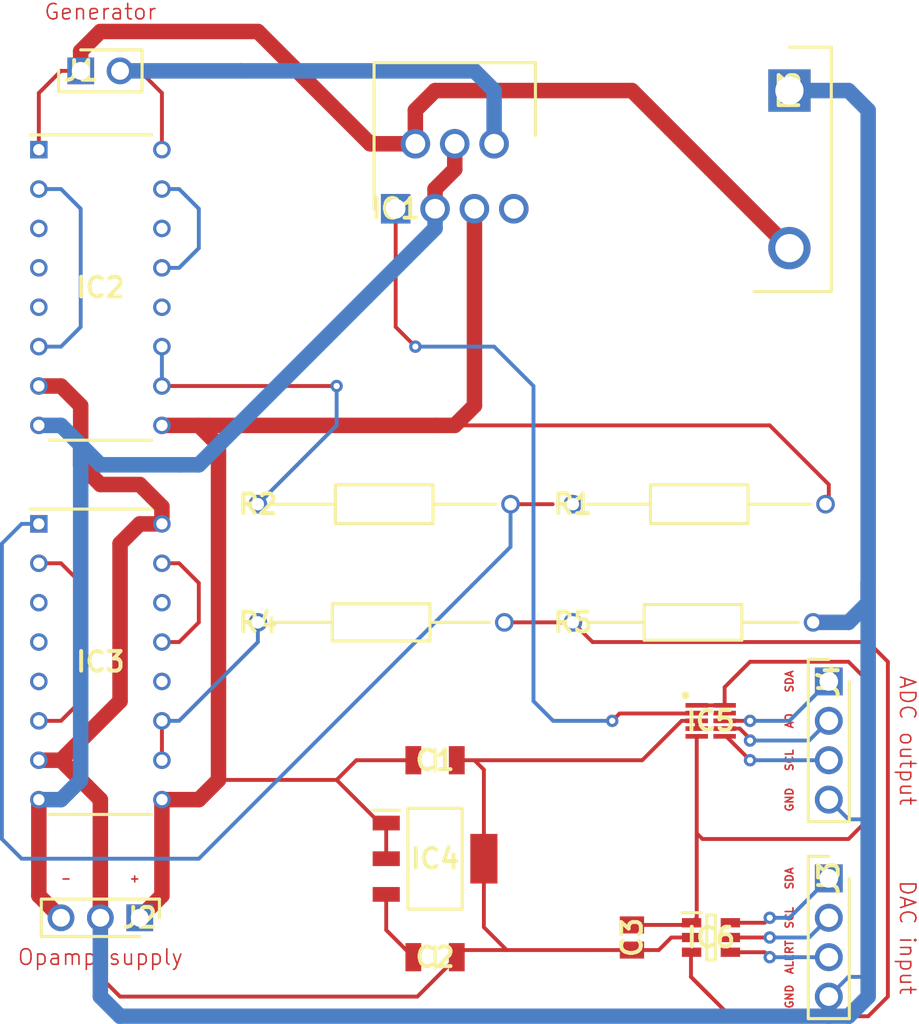
<source format=kicad_pcb>
(kicad_pcb (version 20171130) (host pcbnew "(5.1.10)-1")

  (general
    (thickness 1.6)
    (drawings 13)
    (tracks 218)
    (zones 0)
    (modules 18)
    (nets 35)
  )

  (page A4)
  (layers
    (0 F.Cu signal)
    (31 B.Cu signal)
    (32 B.Adhes user)
    (33 F.Adhes user)
    (34 B.Paste user)
    (35 F.Paste user)
    (36 B.SilkS user)
    (37 F.SilkS user)
    (38 B.Mask user)
    (39 F.Mask user)
    (40 Dwgs.User user)
    (41 Cmts.User user)
    (42 Eco1.User user)
    (43 Eco2.User user)
    (44 Edge.Cuts user)
    (45 Margin user)
    (46 B.CrtYd user)
    (47 F.CrtYd user)
    (48 B.Fab user)
    (49 F.Fab user)
  )

  (setup
    (last_trace_width 0.25)
    (trace_clearance 0.2)
    (zone_clearance 0.508)
    (zone_45_only no)
    (trace_min 0.2)
    (via_size 0.8)
    (via_drill 0.4)
    (via_min_size 0.4)
    (via_min_drill 0.3)
    (uvia_size 0.3)
    (uvia_drill 0.1)
    (uvias_allowed no)
    (uvia_min_size 0.2)
    (uvia_min_drill 0.1)
    (edge_width 0.05)
    (segment_width 0.2)
    (pcb_text_width 0.3)
    (pcb_text_size 1.5 1.5)
    (mod_edge_width 0.12)
    (mod_text_size 1 1)
    (mod_text_width 0.15)
    (pad_size 1.524 1.524)
    (pad_drill 0.762)
    (pad_to_mask_clearance 0)
    (aux_axis_origin 0 0)
    (visible_elements FFFFFF7F)
    (pcbplotparams
      (layerselection 0x010fc_ffffffff)
      (usegerberextensions false)
      (usegerberattributes true)
      (usegerberadvancedattributes true)
      (creategerberjobfile true)
      (excludeedgelayer true)
      (linewidth 0.100000)
      (plotframeref false)
      (viasonmask false)
      (mode 1)
      (useauxorigin false)
      (hpglpennumber 1)
      (hpglpenspeed 20)
      (hpglpendiameter 15.000000)
      (psnegative false)
      (psa4output false)
      (plotreference true)
      (plotvalue true)
      (plotinvisibletext false)
      (padsonsilk false)
      (subtractmaskfromsilk false)
      (outputformat 1)
      (mirror false)
      (drillshape 1)
      (scaleselection 1)
      (outputdirectory ""))
  )

  (net 0 "")
  (net 1 ADC_SDA)
  (net 2 ADC_SCL)
  (net 3 ADC_ALERT)
  (net 4 Vin_ADC)
  (net 5 GND)
  (net 6 V_adc_dac)
  (net 7 Vsupply+)
  (net 8 Vadc_dac)
  (net 9 Vgenerator-)
  (net 10 Vsupply-)
  (net 11 Vgenerator+)
  (net 12 "Net-(IC1-Pad7)")
  (net 13 Vfilter)
  (net 14 DAC_SCL)
  (net 15 DAC_A0)
  (net 16 DAC_SDA)
  (net 17 Vdiff)
  (net 18 "Net-(IC2-Pad13)")
  (net 19 "Net-(IC2-Pad14)")
  (net 20 "Net-(IC2-Pad12)")
  (net 21 "Net-(IC2-Pad2)")
  (net 22 "Net-(IC2-Pad5)")
  (net 23 "Net-(IC2-Pad4)")
  (net 24 "Net-(IC2-Pad3)")
  (net 25 "Net-(IC3-Pad13)")
  (net 26 "Net-(IC3-Pad14)")
  (net 27 "Net-(IC3-Pad12)")
  (net 28 "Net-(IC3-Pad10)")
  (net 29 "Net-(IC3-Pad2)")
  (net 30 "Net-(IC3-Pad5)")
  (net 31 "Net-(IC3-Pad4)")
  (net 32 "Net-(IC3-Pad3)")
  (net 33 "Net-(IC3-Pad1)")
  (net 34 "Net-(IC5-Pad9)")

  (net_class Default "This is the default net class."
    (clearance 0.2)
    (trace_width 0.25)
    (via_dia 0.8)
    (via_drill 0.4)
    (uvia_dia 0.3)
    (uvia_drill 0.1)
    (add_net ADC_ALERT)
    (add_net ADC_SCL)
    (add_net ADC_SDA)
    (add_net DAC_A0)
    (add_net DAC_SCL)
    (add_net DAC_SDA)
    (add_net GND)
    (add_net "Net-(IC1-Pad7)")
    (add_net "Net-(IC2-Pad12)")
    (add_net "Net-(IC2-Pad13)")
    (add_net "Net-(IC2-Pad14)")
    (add_net "Net-(IC2-Pad2)")
    (add_net "Net-(IC2-Pad3)")
    (add_net "Net-(IC2-Pad4)")
    (add_net "Net-(IC2-Pad5)")
    (add_net "Net-(IC3-Pad1)")
    (add_net "Net-(IC3-Pad10)")
    (add_net "Net-(IC3-Pad12)")
    (add_net "Net-(IC3-Pad13)")
    (add_net "Net-(IC3-Pad14)")
    (add_net "Net-(IC3-Pad2)")
    (add_net "Net-(IC3-Pad3)")
    (add_net "Net-(IC3-Pad4)")
    (add_net "Net-(IC3-Pad5)")
    (add_net "Net-(IC5-Pad9)")
    (add_net V_adc_dac)
    (add_net Vadc_dac)
    (add_net Vdiff)
    (add_net Vfilter)
    (add_net Vgenerator+)
    (add_net Vgenerator-)
    (add_net Vin_ADC)
    (add_net Vsupply+)
    (add_net Vsupply-)
  )

  (module SamacSys_Parts:HDRV4W69P0X254_1X4_1016X250X895P (layer F.Cu) (tedit 0) (tstamp 60EB28EA)
    (at 162.56 81.28 270)
    (descr G800W304018EU)
    (tags Connector)
    (path /60F81719)
    (fp_text reference J3 (at 0 0 90) (layer F.SilkS)
      (effects (font (size 1.27 1.27) (thickness 0.254)))
    )
    (fp_text value G800W304018EU (at 0 0 90) (layer F.SilkS) hide
      (effects (font (size 1.27 1.27) (thickness 0.254)))
    )
    (fp_text user %R (at 0 0 90) (layer F.Fab)
      (effects (font (size 1.27 1.27) (thickness 0.254)))
    )
    (fp_line (start -1.67 1.575) (end -1.67 -1.575) (layer F.CrtYd) (width 0.05))
    (fp_line (start -1.67 -1.575) (end 9.29 -1.575) (layer F.CrtYd) (width 0.05))
    (fp_line (start 9.29 -1.575) (end 9.29 1.575) (layer F.CrtYd) (width 0.05))
    (fp_line (start 9.29 1.575) (end -1.67 1.575) (layer F.CrtYd) (width 0.05))
    (fp_line (start -1.42 1.325) (end -1.42 -1.325) (layer F.Fab) (width 0.1))
    (fp_line (start -1.42 -1.325) (end 9.04 -1.325) (layer F.Fab) (width 0.1))
    (fp_line (start 9.04 -1.325) (end 9.04 1.325) (layer F.Fab) (width 0.1))
    (fp_line (start 9.04 1.325) (end -1.42 1.325) (layer F.Fab) (width 0.1))
    (fp_line (start -1.42 0) (end -1.42 1.325) (layer F.SilkS) (width 0.2))
    (fp_line (start -1.42 1.325) (end 9.04 1.325) (layer F.SilkS) (width 0.2))
    (fp_line (start 9.04 1.325) (end 9.04 -1.325) (layer F.SilkS) (width 0.2))
    (fp_line (start 9.04 -1.325) (end 0 -1.325) (layer F.SilkS) (width 0.2))
    (pad 4 thru_hole circle (at 7.62 0 270) (size 1.8 1.8) (drill 1.2) (layers *.Cu *.Mask)
      (net 5 GND))
    (pad 3 thru_hole circle (at 5.08 0 270) (size 1.8 1.8) (drill 1.2) (layers *.Cu *.Mask)
      (net 3 ADC_ALERT))
    (pad 2 thru_hole circle (at 2.54 0 270) (size 1.8 1.8) (drill 1.2) (layers *.Cu *.Mask)
      (net 2 ADC_SCL))
    (pad 1 thru_hole rect (at 0 0 270) (size 1.8 1.8) (drill 1.2) (layers *.Cu *.Mask)
      (net 1 ADC_SDA))
    (model D:\LibraryLoaderSetup2v49.msi\SamacSys_Parts.3dshapes\G800W304018EU.stp
      (at (xyz 0 0 0))
      (scale (xyz 1 1 1))
      (rotate (xyz 0 0 0))
    )
  )

  (module SamacSys_Parts:HDRV4W69P0X254_1X4_1016X250X895P (layer F.Cu) (tedit 0) (tstamp 60EB28FF)
    (at 162.56 68.58 270)
    (descr G800W304018EU)
    (tags Connector)
    (path /60F84222)
    (fp_text reference J4 (at 0 0 90) (layer F.SilkS)
      (effects (font (size 1.27 1.27) (thickness 0.254)))
    )
    (fp_text value G800W304018EU (at 0 0 90) (layer F.SilkS) hide
      (effects (font (size 1.27 1.27) (thickness 0.254)))
    )
    (fp_text user %R (at 0 0 90) (layer F.Fab)
      (effects (font (size 1.27 1.27) (thickness 0.254)))
    )
    (fp_line (start -1.67 1.575) (end -1.67 -1.575) (layer F.CrtYd) (width 0.05))
    (fp_line (start -1.67 -1.575) (end 9.29 -1.575) (layer F.CrtYd) (width 0.05))
    (fp_line (start 9.29 -1.575) (end 9.29 1.575) (layer F.CrtYd) (width 0.05))
    (fp_line (start 9.29 1.575) (end -1.67 1.575) (layer F.CrtYd) (width 0.05))
    (fp_line (start -1.42 1.325) (end -1.42 -1.325) (layer F.Fab) (width 0.1))
    (fp_line (start -1.42 -1.325) (end 9.04 -1.325) (layer F.Fab) (width 0.1))
    (fp_line (start 9.04 -1.325) (end 9.04 1.325) (layer F.Fab) (width 0.1))
    (fp_line (start 9.04 1.325) (end -1.42 1.325) (layer F.Fab) (width 0.1))
    (fp_line (start -1.42 0) (end -1.42 1.325) (layer F.SilkS) (width 0.2))
    (fp_line (start -1.42 1.325) (end 9.04 1.325) (layer F.SilkS) (width 0.2))
    (fp_line (start 9.04 1.325) (end 9.04 -1.325) (layer F.SilkS) (width 0.2))
    (fp_line (start 9.04 -1.325) (end 0 -1.325) (layer F.SilkS) (width 0.2))
    (pad 4 thru_hole circle (at 7.62 0 270) (size 1.8 1.8) (drill 1.2) (layers *.Cu *.Mask)
      (net 5 GND))
    (pad 3 thru_hole circle (at 5.08 0 270) (size 1.8 1.8) (drill 1.2) (layers *.Cu *.Mask)
      (net 14 DAC_SCL))
    (pad 2 thru_hole circle (at 2.54 0 270) (size 1.8 1.8) (drill 1.2) (layers *.Cu *.Mask)
      (net 15 DAC_A0))
    (pad 1 thru_hole rect (at 0 0 270) (size 1.8 1.8) (drill 1.2) (layers *.Cu *.Mask)
      (net 16 DAC_SDA))
    (model D:\LibraryLoaderSetup2v49.msi\SamacSys_Parts.3dshapes\G800W304018EU.stp
      (at (xyz 0 0 0))
      (scale (xyz 1 1 1))
      (rotate (xyz 0 0 0))
    )
  )

  (module SamacSys_Parts:HDRV3W67P0X254_1X3_762X241X858P (layer F.Cu) (tedit 0) (tstamp 60EA0C7A)
    (at 118.11 83.82 180)
    (descr 10129378-903001BLF-3)
    (tags Connector)
    (path /60E68BE4)
    (fp_text reference J2 (at 0 0) (layer F.SilkS)
      (effects (font (size 1.27 1.27) (thickness 0.254)))
    )
    (fp_text value 10129378-903001BLF (at 0 0) (layer F.SilkS) hide
      (effects (font (size 1.27 1.27) (thickness 0.254)))
    )
    (fp_text user %R (at 0 0) (layer F.Fab)
      (effects (font (size 1.27 1.27) (thickness 0.254)))
    )
    (fp_line (start -1.52 1.455) (end -1.52 -1.455) (layer F.CrtYd) (width 0.05))
    (fp_line (start -1.52 -1.455) (end 6.6 -1.455) (layer F.CrtYd) (width 0.05))
    (fp_line (start 6.6 -1.455) (end 6.6 1.455) (layer F.CrtYd) (width 0.05))
    (fp_line (start 6.6 1.455) (end -1.52 1.455) (layer F.CrtYd) (width 0.05))
    (fp_line (start -1.27 1.205) (end -1.27 -1.205) (layer F.Fab) (width 0.1))
    (fp_line (start -1.27 -1.205) (end 6.35 -1.205) (layer F.Fab) (width 0.1))
    (fp_line (start 6.35 -1.205) (end 6.35 1.205) (layer F.Fab) (width 0.1))
    (fp_line (start 6.35 1.205) (end -1.27 1.205) (layer F.Fab) (width 0.1))
    (fp_line (start -1.27 0) (end -1.27 1.205) (layer F.SilkS) (width 0.2))
    (fp_line (start -1.27 1.205) (end 6.35 1.205) (layer F.SilkS) (width 0.2))
    (fp_line (start 6.35 1.205) (end 6.35 -1.205) (layer F.SilkS) (width 0.2))
    (fp_line (start 6.35 -1.205) (end 0 -1.205) (layer F.SilkS) (width 0.2))
    (pad 3 thru_hole circle (at 5.08 0 180) (size 1.725 1.725) (drill 1.15) (layers *.Cu *.Mask)
      (net 10 Vsupply-))
    (pad 2 thru_hole circle (at 2.54 0 180) (size 1.725 1.725) (drill 1.15) (layers *.Cu *.Mask)
      (net 5 GND))
    (pad 1 thru_hole rect (at 0 0 180) (size 1.725 1.725) (drill 1.15) (layers *.Cu *.Mask)
      (net 7 Vsupply+))
    (model D:\LibraryLoaderSetup2v49.msi\SamacSys_Parts.3dshapes\10129378-903001BLF.stp
      (at (xyz 0 0 0))
      (scale (xyz 1 1 1))
      (rotate (xyz 0 0 0))
    )
  )

  (module SamacSys_Parts:RESAD1550W60L630D230 (layer F.Cu) (tedit 0) (tstamp 60EA0D11)
    (at 146.05 64.77)
    (descr R1)
    (tags Resistor)
    (path /60E6D294)
    (fp_text reference R5 (at 0 0) (layer F.SilkS)
      (effects (font (size 1.27 1.27) (thickness 0.254)))
    )
    (fp_text value YR1B10KCC (at 0 0) (layer F.SilkS) hide
      (effects (font (size 1.27 1.27) (thickness 0.254)))
    )
    (fp_text user %R (at 0 0) (layer F.Fab)
      (effects (font (size 1.27 1.27) (thickness 0.254)))
    )
    (fp_line (start -0.85 -1.5) (end 16.35 -1.5) (layer F.CrtYd) (width 0.05))
    (fp_line (start 16.35 -1.5) (end 16.35 1.5) (layer F.CrtYd) (width 0.05))
    (fp_line (start 16.35 1.5) (end -0.85 1.5) (layer F.CrtYd) (width 0.05))
    (fp_line (start -0.85 1.5) (end -0.85 -1.5) (layer F.CrtYd) (width 0.05))
    (fp_line (start 4.6 -1.15) (end 10.9 -1.15) (layer F.Fab) (width 0.1))
    (fp_line (start 10.9 -1.15) (end 10.9 1.15) (layer F.Fab) (width 0.1))
    (fp_line (start 10.9 1.15) (end 4.6 1.15) (layer F.Fab) (width 0.1))
    (fp_line (start 4.6 1.15) (end 4.6 -1.15) (layer F.Fab) (width 0.1))
    (fp_line (start 0 0) (end 4.6 0) (layer F.Fab) (width 0.1))
    (fp_line (start 10.9 0) (end 15.5 0) (layer F.Fab) (width 0.1))
    (fp_line (start 4.6 -1.15) (end 10.9 -1.15) (layer F.SilkS) (width 0.2))
    (fp_line (start 10.9 -1.15) (end 10.9 1.15) (layer F.SilkS) (width 0.2))
    (fp_line (start 10.9 1.15) (end 4.6 1.15) (layer F.SilkS) (width 0.2))
    (fp_line (start 4.6 1.15) (end 4.6 -1.15) (layer F.SilkS) (width 0.2))
    (fp_line (start 0.95 0) (end 4.6 0) (layer F.SilkS) (width 0.2))
    (fp_line (start 10.9 0) (end 14.55 0) (layer F.SilkS) (width 0.2))
    (pad 2 thru_hole circle (at 15.5 0) (size 1.2 1.2) (drill 0.8) (layers *.Cu *.Mask)
      (net 5 GND))
    (pad 1 thru_hole circle (at 0 0) (size 1.2 1.2) (drill 0.8) (layers *.Cu *.Mask)
      (net 4 Vin_ADC))
    (model D:\LibraryLoaderSetup2v49.msi\SamacSys_Parts.3dshapes\YR1B10KCC.stp
      (at (xyz 0 0 0))
      (scale (xyz 1 1 1))
      (rotate (xyz 0 0 0))
    )
  )

  (module SamacSys_Parts:RESAD1590W60L630D240 (layer F.Cu) (tedit 0) (tstamp 60EA0CFA)
    (at 125.73 64.77)
    (descr MFR-25)
    (tags Resistor)
    (path /60E6C6C8)
    (fp_text reference R4 (at 0 0) (layer F.SilkS)
      (effects (font (size 1.27 1.27) (thickness 0.254)))
    )
    (fp_text value MFR-25FTE52-30K (at 0 0) (layer F.SilkS) hide
      (effects (font (size 1.27 1.27) (thickness 0.254)))
    )
    (fp_text user %R (at 0 0) (layer F.Fab)
      (effects (font (size 1.27 1.27) (thickness 0.254)))
    )
    (fp_line (start -0.85 -1.55) (end 16.75 -1.55) (layer F.CrtYd) (width 0.05))
    (fp_line (start 16.75 -1.55) (end 16.75 1.55) (layer F.CrtYd) (width 0.05))
    (fp_line (start 16.75 1.55) (end -0.85 1.55) (layer F.CrtYd) (width 0.05))
    (fp_line (start -0.85 1.55) (end -0.85 -1.55) (layer F.CrtYd) (width 0.05))
    (fp_line (start 4.8 -1.2) (end 11.1 -1.2) (layer F.Fab) (width 0.1))
    (fp_line (start 11.1 -1.2) (end 11.1 1.2) (layer F.Fab) (width 0.1))
    (fp_line (start 11.1 1.2) (end 4.8 1.2) (layer F.Fab) (width 0.1))
    (fp_line (start 4.8 1.2) (end 4.8 -1.2) (layer F.Fab) (width 0.1))
    (fp_line (start 0 0) (end 4.8 0) (layer F.Fab) (width 0.1))
    (fp_line (start 11.1 0) (end 15.9 0) (layer F.Fab) (width 0.1))
    (fp_line (start 4.8 -1.2) (end 11.1 -1.2) (layer F.SilkS) (width 0.2))
    (fp_line (start 11.1 -1.2) (end 11.1 1.2) (layer F.SilkS) (width 0.2))
    (fp_line (start 11.1 1.2) (end 4.8 1.2) (layer F.SilkS) (width 0.2))
    (fp_line (start 4.8 1.2) (end 4.8 -1.2) (layer F.SilkS) (width 0.2))
    (fp_line (start 0.95 0) (end 4.8 0) (layer F.SilkS) (width 0.2))
    (fp_line (start 11.1 0) (end 14.95 0) (layer F.SilkS) (width 0.2))
    (pad 2 thru_hole circle (at 15.9 0) (size 1.2 1.2) (drill 0.8) (layers *.Cu *.Mask)
      (net 4 Vin_ADC))
    (pad 1 thru_hole circle (at 0 0) (size 1.2 1.2) (drill 0.8) (layers *.Cu *.Mask)
      (net 28 "Net-(IC3-Pad10)"))
    (model D:\LibraryLoaderSetup2v49.msi\SamacSys_Parts.3dshapes\MFR-25FTE52-30K.stp
      (at (xyz 0 0 0))
      (scale (xyz 1 1 1))
      (rotate (xyz 0 0 0))
    )
  )

  (module SamacSys_Parts:TO1016P500X1576X2420-2P (layer F.Cu) (tedit 0) (tstamp 60EA0CE3)
    (at 160.02 30.48 270)
    (descr LTO100F1R000FTE3_)
    (tags Resistor)
    (path /60E69F2D)
    (fp_text reference R3 (at 0 0 90) (layer F.SilkS)
      (effects (font (size 1.27 1.27) (thickness 0.254)))
    )
    (fp_text value LTO100F1R000FTE3 (at 0 0 90) (layer F.SilkS) hide
      (effects (font (size 1.27 1.27) (thickness 0.254)))
    )
    (fp_text user %R (at 0 0 90) (layer F.Fab)
      (effects (font (size 1.27 1.27) (thickness 0.254)))
    )
    (fp_line (start -3.05 -2.95) (end 13.21 -2.95) (layer F.CrtYd) (width 0.05))
    (fp_line (start 13.21 -2.95) (end 13.21 2.55) (layer F.CrtYd) (width 0.05))
    (fp_line (start 13.21 2.55) (end -3.05 2.55) (layer F.CrtYd) (width 0.05))
    (fp_line (start -3.05 2.55) (end -3.05 -2.95) (layer F.CrtYd) (width 0.05))
    (fp_line (start -2.8 -2.7) (end 12.96 -2.7) (layer F.Fab) (width 0.1))
    (fp_line (start 12.96 -2.7) (end 12.96 2.3) (layer F.Fab) (width 0.1))
    (fp_line (start 12.96 2.3) (end -2.8 2.3) (layer F.Fab) (width 0.1))
    (fp_line (start -2.8 2.3) (end -2.8 -2.7) (layer F.Fab) (width 0.1))
    (fp_line (start -2.8 2.38) (end 2.28 -2.7) (layer F.Fab) (width 0.1))
    (fp_line (start 12.96 2.3) (end 12.96 -2.7) (layer F.SilkS) (width 0.2))
    (fp_line (start 12.96 -2.7) (end -2.8 -2.7) (layer F.SilkS) (width 0.2))
    (fp_line (start -2.8 -2.7) (end -2.8 0) (layer F.SilkS) (width 0.2))
    (pad 2 thru_hole circle (at 10.16 0 270) (size 2.73 2.73) (drill 1.82) (layers *.Cu *.Mask)
      (net 11 Vgenerator+))
    (pad 1 thru_hole rect (at 0 0 270) (size 2.73 2.73) (drill 1.82) (layers *.Cu *.Mask)
      (net 5 GND))
    (model D:\LibraryLoaderSetup2v49.msi\SamacSys_Parts.3dshapes\LTO100F1R000FTE3.stp
      (at (xyz 0 0 0))
      (scale (xyz 1 1 1))
      (rotate (xyz 0 0 0))
    )
  )

  (module SamacSys_Parts:RESAD1630W60L630D250 (layer F.Cu) (tedit 0) (tstamp 60EA0CD0)
    (at 125.73 57.15)
    (descr 6.3x2.5x0.6)
    (tags Resistor)
    (path /60E6B9FE)
    (fp_text reference R2 (at 0 0) (layer F.SilkS)
      (effects (font (size 1.27 1.27) (thickness 0.254)))
    )
    (fp_text value MBB02070E5111BC100 (at 0 0) (layer F.SilkS) hide
      (effects (font (size 1.27 1.27) (thickness 0.254)))
    )
    (fp_text user %R (at 0 0) (layer F.Fab)
      (effects (font (size 1.27 1.27) (thickness 0.254)))
    )
    (fp_line (start -0.85 -1.6) (end 17.15 -1.6) (layer F.CrtYd) (width 0.05))
    (fp_line (start 17.15 -1.6) (end 17.15 1.6) (layer F.CrtYd) (width 0.05))
    (fp_line (start 17.15 1.6) (end -0.85 1.6) (layer F.CrtYd) (width 0.05))
    (fp_line (start -0.85 1.6) (end -0.85 -1.6) (layer F.CrtYd) (width 0.05))
    (fp_line (start 5 -1.25) (end 11.3 -1.25) (layer F.Fab) (width 0.1))
    (fp_line (start 11.3 -1.25) (end 11.3 1.25) (layer F.Fab) (width 0.1))
    (fp_line (start 11.3 1.25) (end 5 1.25) (layer F.Fab) (width 0.1))
    (fp_line (start 5 1.25) (end 5 -1.25) (layer F.Fab) (width 0.1))
    (fp_line (start 0 0) (end 5 0) (layer F.Fab) (width 0.1))
    (fp_line (start 11.3 0) (end 16.3 0) (layer F.Fab) (width 0.1))
    (fp_line (start 5 -1.25) (end 11.3 -1.25) (layer F.SilkS) (width 0.2))
    (fp_line (start 11.3 -1.25) (end 11.3 1.25) (layer F.SilkS) (width 0.2))
    (fp_line (start 11.3 1.25) (end 5 1.25) (layer F.SilkS) (width 0.2))
    (fp_line (start 5 1.25) (end 5 -1.25) (layer F.SilkS) (width 0.2))
    (fp_line (start 0.95 0) (end 5 0) (layer F.SilkS) (width 0.2))
    (fp_line (start 11.3 0) (end 15.35 0) (layer F.SilkS) (width 0.2))
    (pad 2 thru_hole circle (at 16.3 0) (size 1.2 1.2) (drill 0.8) (layers *.Cu *.Mask)
      (net 33 "Net-(IC3-Pad1)"))
    (pad 1 thru_hole circle (at 0 0) (size 1.2 1.2) (drill 0.8) (layers *.Cu *.Mask)
      (net 17 Vdiff))
    (model D:\LibraryLoaderSetup2v49.msi\SamacSys_Parts.3dshapes\MBB02070E5111BC100.stp
      (at (xyz 0 0 0))
      (scale (xyz 1 1 1))
      (rotate (xyz 0 0 0))
    )
  )

  (module SamacSys_Parts:RESAD1630W60L630D250 (layer F.Cu) (tedit 0) (tstamp 60EA0CB9)
    (at 146.05 57.15)
    (descr 6.3x2.5x0.6)
    (tags Resistor)
    (path /60E6AE8D)
    (fp_text reference R1 (at 0 0) (layer F.SilkS)
      (effects (font (size 1.27 1.27) (thickness 0.254)))
    )
    (fp_text value MBB02070E5111BC100 (at 0 0) (layer F.SilkS) hide
      (effects (font (size 1.27 1.27) (thickness 0.254)))
    )
    (fp_text user %R (at 0 0) (layer F.Fab)
      (effects (font (size 1.27 1.27) (thickness 0.254)))
    )
    (fp_line (start -0.85 -1.6) (end 17.15 -1.6) (layer F.CrtYd) (width 0.05))
    (fp_line (start 17.15 -1.6) (end 17.15 1.6) (layer F.CrtYd) (width 0.05))
    (fp_line (start 17.15 1.6) (end -0.85 1.6) (layer F.CrtYd) (width 0.05))
    (fp_line (start -0.85 1.6) (end -0.85 -1.6) (layer F.CrtYd) (width 0.05))
    (fp_line (start 5 -1.25) (end 11.3 -1.25) (layer F.Fab) (width 0.1))
    (fp_line (start 11.3 -1.25) (end 11.3 1.25) (layer F.Fab) (width 0.1))
    (fp_line (start 11.3 1.25) (end 5 1.25) (layer F.Fab) (width 0.1))
    (fp_line (start 5 1.25) (end 5 -1.25) (layer F.Fab) (width 0.1))
    (fp_line (start 0 0) (end 5 0) (layer F.Fab) (width 0.1))
    (fp_line (start 11.3 0) (end 16.3 0) (layer F.Fab) (width 0.1))
    (fp_line (start 5 -1.25) (end 11.3 -1.25) (layer F.SilkS) (width 0.2))
    (fp_line (start 11.3 -1.25) (end 11.3 1.25) (layer F.SilkS) (width 0.2))
    (fp_line (start 11.3 1.25) (end 5 1.25) (layer F.SilkS) (width 0.2))
    (fp_line (start 5 1.25) (end 5 -1.25) (layer F.SilkS) (width 0.2))
    (fp_line (start 0.95 0) (end 5 0) (layer F.SilkS) (width 0.2))
    (fp_line (start 11.3 0) (end 15.35 0) (layer F.SilkS) (width 0.2))
    (pad 2 thru_hole circle (at 16.3 0) (size 1.2 1.2) (drill 0.8) (layers *.Cu *.Mask)
      (net 7 Vsupply+))
    (pad 1 thru_hole circle (at 0 0) (size 1.2 1.2) (drill 0.8) (layers *.Cu *.Mask)
      (net 33 "Net-(IC3-Pad1)"))
    (model D:\LibraryLoaderSetup2v49.msi\SamacSys_Parts.3dshapes\MBB02070E5111BC100.stp
      (at (xyz 0 0 0))
      (scale (xyz 1 1 1))
      (rotate (xyz 0 0 0))
    )
  )

  (module SamacSys_Parts:HDRV2W67P0X254_1X2_508X241X843P (layer F.Cu) (tedit 0) (tstamp 60EA0C66)
    (at 114.3 29.21)
    (descr 10129378-902001BLF)
    (tags Connector)
    (path /60E6792F)
    (fp_text reference J1 (at 0 0) (layer F.SilkS)
      (effects (font (size 1.27 1.27) (thickness 0.254)))
    )
    (fp_text value 10129378-902001BLF (at 0 0) (layer F.SilkS) hide
      (effects (font (size 1.27 1.27) (thickness 0.254)))
    )
    (fp_text user %R (at 0 0) (layer F.Fab)
      (effects (font (size 1.27 1.27) (thickness 0.254)))
    )
    (fp_line (start -1.67 1.605) (end -1.67 -1.605) (layer F.CrtYd) (width 0.05))
    (fp_line (start -1.67 -1.605) (end 4.21 -1.605) (layer F.CrtYd) (width 0.05))
    (fp_line (start 4.21 -1.605) (end 4.21 1.605) (layer F.CrtYd) (width 0.05))
    (fp_line (start 4.21 1.605) (end -1.67 1.605) (layer F.CrtYd) (width 0.05))
    (fp_line (start -1.42 1.355) (end -1.42 -1.355) (layer F.Fab) (width 0.1))
    (fp_line (start -1.42 -1.355) (end 3.96 -1.355) (layer F.Fab) (width 0.1))
    (fp_line (start 3.96 -1.355) (end 3.96 1.355) (layer F.Fab) (width 0.1))
    (fp_line (start 3.96 1.355) (end -1.42 1.355) (layer F.Fab) (width 0.1))
    (fp_line (start -1.42 0) (end -1.42 1.355) (layer F.SilkS) (width 0.2))
    (fp_line (start -1.42 1.355) (end 3.96 1.355) (layer F.SilkS) (width 0.2))
    (fp_line (start 3.96 1.355) (end 3.96 -1.355) (layer F.SilkS) (width 0.2))
    (fp_line (start 3.96 -1.355) (end 0 -1.355) (layer F.SilkS) (width 0.2))
    (pad 2 thru_hole circle (at 2.54 0) (size 1.725 1.725) (drill 1.15) (layers *.Cu *.Mask)
      (net 9 Vgenerator-))
    (pad 1 thru_hole rect (at 0 0) (size 1.725 1.725) (drill 1.15) (layers *.Cu *.Mask)
      (net 11 Vgenerator+))
    (model D:\LibraryLoaderSetup2v49.msi\SamacSys_Parts.3dshapes\10129378-902001BLF.stp
      (at (xyz 0 0 0))
      (scale (xyz 1 1 1))
      (rotate (xyz 0 0 0))
    )
  )

  (module SamacSys_Parts:SOT95P280X110-6N (layer F.Cu) (tedit 0) (tstamp 60EA0C53)
    (at 154.96 85.09)
    (descr "DDC (R-PDSO-G6)")
    (tags "Integrated Circuit")
    (path /60E9EBEB)
    (attr smd)
    (fp_text reference IC6 (at 0 0) (layer F.SilkS)
      (effects (font (size 1.27 1.27) (thickness 0.254)))
    )
    (fp_text value ADC121C021CIMK_NOPB (at 0 0) (layer F.SilkS) hide
      (effects (font (size 1.27 1.27) (thickness 0.254)))
    )
    (fp_text user %R (at 0 0) (layer F.Fab)
      (effects (font (size 1.27 1.27) (thickness 0.254)))
    )
    (fp_line (start -2.125 -1.775) (end 2.125 -1.775) (layer F.CrtYd) (width 0.05))
    (fp_line (start 2.125 -1.775) (end 2.125 1.775) (layer F.CrtYd) (width 0.05))
    (fp_line (start 2.125 1.775) (end -2.125 1.775) (layer F.CrtYd) (width 0.05))
    (fp_line (start -2.125 1.775) (end -2.125 -1.775) (layer F.CrtYd) (width 0.05))
    (fp_line (start -0.8 -1.45) (end 0.8 -1.45) (layer F.Fab) (width 0.1))
    (fp_line (start 0.8 -1.45) (end 0.8 1.45) (layer F.Fab) (width 0.1))
    (fp_line (start 0.8 1.45) (end -0.8 1.45) (layer F.Fab) (width 0.1))
    (fp_line (start -0.8 1.45) (end -0.8 -1.45) (layer F.Fab) (width 0.1))
    (fp_line (start -0.8 -0.5) (end 0.15 -1.45) (layer F.Fab) (width 0.1))
    (fp_line (start -0.275 -1.45) (end 0.275 -1.45) (layer F.SilkS) (width 0.2))
    (fp_line (start 0.275 -1.45) (end 0.275 1.45) (layer F.SilkS) (width 0.2))
    (fp_line (start 0.275 1.45) (end -0.275 1.45) (layer F.SilkS) (width 0.2))
    (fp_line (start -0.275 1.45) (end -0.275 -1.45) (layer F.SilkS) (width 0.2))
    (fp_line (start -1.875 -1.6) (end -0.625 -1.6) (layer F.SilkS) (width 0.2))
    (pad 6 smd rect (at 1.25 -0.95 90) (size 0.6 1.25) (layers F.Cu F.Paste F.Mask)
      (net 1 ADC_SDA))
    (pad 5 smd rect (at 1.25 0 90) (size 0.6 1.25) (layers F.Cu F.Paste F.Mask)
      (net 2 ADC_SCL))
    (pad 4 smd rect (at 1.25 0.95 90) (size 0.6 1.25) (layers F.Cu F.Paste F.Mask)
      (net 3 ADC_ALERT))
    (pad 3 smd rect (at -1.25 0.95 90) (size 0.6 1.25) (layers F.Cu F.Paste F.Mask)
      (net 4 Vin_ADC))
    (pad 2 smd rect (at -1.25 0 90) (size 0.6 1.25) (layers F.Cu F.Paste F.Mask)
      (net 5 GND))
    (pad 1 smd rect (at -1.25 -0.95 90) (size 0.6 1.25) (layers F.Cu F.Paste F.Mask)
      (net 6 V_adc_dac))
    (model D:\LibraryLoaderSetup2v49.msi\SamacSys_Parts.3dshapes\ADC121C021CIMK_NOPB.stp
      (at (xyz 0 0 0))
      (scale (xyz 1 1 1))
      (rotate (xyz 0 0 0))
    )
  )

  (module SamacSys_Parts:SON50P250X250X80-10N (layer F.Cu) (tedit 0) (tstamp 60EA0C3A)
    (at 154.94 71.12)
    (descr DRX0010A-)
    (tags "Integrated Circuit")
    (path /60E9FA79)
    (attr smd)
    (fp_text reference IC5 (at 0 0) (layer F.SilkS)
      (effects (font (size 1.27 1.27) (thickness 0.254)))
    )
    (fp_text value DAC60502DRXR (at 0 0) (layer F.SilkS) hide
      (effects (font (size 1.27 1.27) (thickness 0.254)))
    )
    (fp_text user %R (at 0 0) (layer F.Fab)
      (effects (font (size 1.27 1.27) (thickness 0.254)))
    )
    (fp_line (start -1.875 -1.55) (end 1.875 -1.55) (layer F.CrtYd) (width 0.05))
    (fp_line (start 1.875 -1.55) (end 1.875 1.55) (layer F.CrtYd) (width 0.05))
    (fp_line (start 1.875 1.55) (end -1.875 1.55) (layer F.CrtYd) (width 0.05))
    (fp_line (start -1.875 1.55) (end -1.875 -1.55) (layer F.CrtYd) (width 0.05))
    (fp_line (start -1.25 -1.25) (end 1.25 -1.25) (layer F.Fab) (width 0.1))
    (fp_line (start 1.25 -1.25) (end 1.25 1.25) (layer F.Fab) (width 0.1))
    (fp_line (start 1.25 1.25) (end -1.25 1.25) (layer F.Fab) (width 0.1))
    (fp_line (start -1.25 1.25) (end -1.25 -1.25) (layer F.Fab) (width 0.1))
    (fp_line (start -1.25 -0.625) (end -0.625 -1.25) (layer F.Fab) (width 0.1))
    (fp_circle (center -1.625 -1.65) (end -1.625 -1.525) (layer F.SilkS) (width 0.25))
    (pad 10 smd rect (at 0.9 -1 90) (size 0.3 1.45) (layers F.Cu F.Paste F.Mask)
      (net 6 V_adc_dac))
    (pad 9 smd rect (at 0.9 -0.5 90) (size 0.3 1.45) (layers F.Cu F.Paste F.Mask)
      (net 34 "Net-(IC5-Pad9)"))
    (pad 8 smd rect (at 0.9 0 90) (size 0.3 1.45) (layers F.Cu F.Paste F.Mask)
      (net 16 DAC_SDA))
    (pad 7 smd rect (at 0.9 0.5 90) (size 0.3 1.45) (layers F.Cu F.Paste F.Mask)
      (net 15 DAC_A0))
    (pad 6 smd rect (at 0.9 1 90) (size 0.3 1.45) (layers F.Cu F.Paste F.Mask)
      (net 14 DAC_SCL))
    (pad 5 smd rect (at -0.9 1 90) (size 0.3 1.45) (layers F.Cu F.Paste F.Mask)
      (net 6 V_adc_dac))
    (pad 4 smd rect (at -0.9 0.5 90) (size 0.3 1.45) (layers F.Cu F.Paste F.Mask)
      (net 5 GND))
    (pad 3 smd rect (at -0.9 0 90) (size 0.3 1.45) (layers F.Cu F.Paste F.Mask)
      (net 5 GND))
    (pad 2 smd rect (at -0.9 -0.5 90) (size 0.3 1.45) (layers F.Cu F.Paste F.Mask)
      (net 13 Vfilter))
    (pad 1 smd rect (at -0.9 -1 90) (size 0.3 1.45) (layers F.Cu F.Paste F.Mask)
      (net 6 V_adc_dac))
    (model D:\LibraryLoaderSetup2v49.msi\SamacSys_Parts.3dshapes\DAC60502DRXR.stp
      (at (xyz 0 0 0))
      (scale (xyz 1 1 1))
      (rotate (xyz 0 0 0))
    )
  )

  (module SamacSys_Parts:SOT230P700X180-4N (layer F.Cu) (tedit 0) (tstamp 60EA0C21)
    (at 137.16 80.01)
    (descr "DCY(R-PDSO-G4)_")
    (tags "Integrated Circuit")
    (path /60EA109B)
    (attr smd)
    (fp_text reference IC4 (at 0 0) (layer F.SilkS)
      (effects (font (size 1.27 1.27) (thickness 0.254)))
    )
    (fp_text value TPS7B8450QDCYRQ1 (at 0 0) (layer F.SilkS) hide
      (effects (font (size 1.27 1.27) (thickness 0.254)))
    )
    (fp_text user %R (at 0 0) (layer F.Fab)
      (effects (font (size 1.27 1.27) (thickness 0.254)))
    )
    (fp_line (start -4.275 -3.6) (end 4.275 -3.6) (layer F.CrtYd) (width 0.05))
    (fp_line (start 4.275 -3.6) (end 4.275 3.6) (layer F.CrtYd) (width 0.05))
    (fp_line (start 4.275 3.6) (end -4.275 3.6) (layer F.CrtYd) (width 0.05))
    (fp_line (start -4.275 3.6) (end -4.275 -3.6) (layer F.CrtYd) (width 0.05))
    (fp_line (start -1.75 -3.25) (end 1.75 -3.25) (layer F.Fab) (width 0.1))
    (fp_line (start 1.75 -3.25) (end 1.75 3.25) (layer F.Fab) (width 0.1))
    (fp_line (start 1.75 3.25) (end -1.75 3.25) (layer F.Fab) (width 0.1))
    (fp_line (start -1.75 3.25) (end -1.75 -3.25) (layer F.Fab) (width 0.1))
    (fp_line (start -1.75 -0.95) (end 0.55 -3.25) (layer F.Fab) (width 0.1))
    (fp_line (start -1.75 -3.25) (end 1.75 -3.25) (layer F.SilkS) (width 0.2))
    (fp_line (start 1.75 -3.25) (end 1.75 3.25) (layer F.SilkS) (width 0.2))
    (fp_line (start 1.75 3.25) (end -1.75 3.25) (layer F.SilkS) (width 0.2))
    (fp_line (start -1.75 3.25) (end -1.75 -3.25) (layer F.SilkS) (width 0.2))
    (fp_line (start -4.025 -3.125) (end -2.275 -3.125) (layer F.SilkS) (width 0.2))
    (pad 4 smd rect (at 3.15 0) (size 1.75 3.2) (layers F.Cu F.Paste F.Mask)
      (net 5 GND))
    (pad 3 smd rect (at -3.15 2.3 90) (size 0.95 1.75) (layers F.Cu F.Paste F.Mask)
      (net 8 Vadc_dac))
    (pad 2 smd rect (at -3.15 0 90) (size 0.95 1.75) (layers F.Cu F.Paste F.Mask)
      (net 7 Vsupply+))
    (pad 1 smd rect (at -3.15 -2.3 90) (size 0.95 1.75) (layers F.Cu F.Paste F.Mask)
      (net 7 Vsupply+))
    (model D:\LibraryLoaderSetup2v49.msi\SamacSys_Parts.3dshapes\TPS7B8450QDCYRQ1.stp
      (at (xyz 0 0 0))
      (scale (xyz 1 1 1))
      (rotate (xyz 0 0 0))
    )
  )

  (module SamacSys_Parts:DIP794W53P254L1930H508Q16N (layer F.Cu) (tedit 0) (tstamp 60EA0C0A)
    (at 115.57 67.31)
    (descr "N (R-PDIP-T16)")
    (tags "Integrated Circuit")
    (path /60EA44CC)
    (fp_text reference IC3 (at 0 0) (layer F.SilkS)
      (effects (font (size 1.27 1.27) (thickness 0.254)))
    )
    (fp_text value INA103KP (at 0 0) (layer F.SilkS) hide
      (effects (font (size 1.27 1.27) (thickness 0.254)))
    )
    (fp_text user %R (at 0 0) (layer F.Fab)
      (effects (font (size 1.27 1.27) (thickness 0.254)))
    )
    (fp_line (start -4.945 -10.095) (end 4.945 -10.095) (layer F.CrtYd) (width 0.05))
    (fp_line (start 4.945 -10.095) (end 4.945 10.095) (layer F.CrtYd) (width 0.05))
    (fp_line (start 4.945 10.095) (end -4.945 10.095) (layer F.CrtYd) (width 0.05))
    (fp_line (start -4.945 10.095) (end -4.945 -10.095) (layer F.CrtYd) (width 0.05))
    (fp_line (start -3.3 -9.845) (end 3.3 -9.845) (layer F.Fab) (width 0.1))
    (fp_line (start 3.3 -9.845) (end 3.3 9.845) (layer F.Fab) (width 0.1))
    (fp_line (start 3.3 9.845) (end -3.3 9.845) (layer F.Fab) (width 0.1))
    (fp_line (start -3.3 9.845) (end -3.3 -9.845) (layer F.Fab) (width 0.1))
    (fp_line (start -3.3 -8.575) (end -2.03 -9.845) (layer F.Fab) (width 0.1))
    (fp_line (start -4.535 -9.845) (end 3.3 -9.845) (layer F.SilkS) (width 0.2))
    (fp_line (start -3.3 9.845) (end 3.3 9.845) (layer F.SilkS) (width 0.2))
    (pad 16 thru_hole circle (at 3.97 -8.89) (size 1.13 1.13) (drill 0.73) (layers *.Cu *.Mask)
      (net 5 GND))
    (pad 15 thru_hole circle (at 3.97 -6.35) (size 1.13 1.13) (drill 0.73) (layers *.Cu *.Mask)
      (net 25 "Net-(IC3-Pad13)"))
    (pad 14 thru_hole circle (at 3.97 -3.81) (size 1.13 1.13) (drill 0.73) (layers *.Cu *.Mask)
      (net 26 "Net-(IC3-Pad14)"))
    (pad 13 thru_hole circle (at 3.97 -1.27) (size 1.13 1.13) (drill 0.73) (layers *.Cu *.Mask)
      (net 25 "Net-(IC3-Pad13)"))
    (pad 12 thru_hole circle (at 3.97 1.27) (size 1.13 1.13) (drill 0.73) (layers *.Cu *.Mask)
      (net 27 "Net-(IC3-Pad12)"))
    (pad 11 thru_hole circle (at 3.97 3.81) (size 1.13 1.13) (drill 0.73) (layers *.Cu *.Mask)
      (net 28 "Net-(IC3-Pad10)"))
    (pad 10 thru_hole circle (at 3.97 6.35) (size 1.13 1.13) (drill 0.73) (layers *.Cu *.Mask)
      (net 28 "Net-(IC3-Pad10)"))
    (pad 9 thru_hole circle (at 3.97 8.89) (size 1.13 1.13) (drill 0.73) (layers *.Cu *.Mask)
      (net 7 Vsupply+))
    (pad 8 thru_hole circle (at -3.97 8.89) (size 1.13 1.13) (drill 0.73) (layers *.Cu *.Mask)
      (net 10 Vsupply-))
    (pad 7 thru_hole circle (at -3.97 6.35) (size 1.13 1.13) (drill 0.73) (layers *.Cu *.Mask)
      (net 5 GND))
    (pad 6 thru_hole circle (at -3.97 3.81) (size 1.13 1.13) (drill 0.73) (layers *.Cu *.Mask)
      (net 29 "Net-(IC3-Pad2)"))
    (pad 5 thru_hole circle (at -3.97 1.27) (size 1.13 1.13) (drill 0.73) (layers *.Cu *.Mask)
      (net 30 "Net-(IC3-Pad5)"))
    (pad 4 thru_hole circle (at -3.97 -1.27) (size 1.13 1.13) (drill 0.73) (layers *.Cu *.Mask)
      (net 31 "Net-(IC3-Pad4)"))
    (pad 3 thru_hole circle (at -3.97 -3.81) (size 1.13 1.13) (drill 0.73) (layers *.Cu *.Mask)
      (net 32 "Net-(IC3-Pad3)"))
    (pad 2 thru_hole circle (at -3.97 -6.35) (size 1.13 1.13) (drill 0.73) (layers *.Cu *.Mask)
      (net 29 "Net-(IC3-Pad2)"))
    (pad 1 thru_hole rect (at -3.97 -8.89) (size 1.13 1.13) (drill 0.73) (layers *.Cu *.Mask)
      (net 33 "Net-(IC3-Pad1)"))
    (model D:\LibraryLoaderSetup2v49.msi\SamacSys_Parts.3dshapes\INA103KP.stp
      (at (xyz 0 0 0))
      (scale (xyz 1 1 1))
      (rotate (xyz 0 0 0))
    )
  )

  (module SamacSys_Parts:DIP794W53P254L1930H508Q16N (layer F.Cu) (tedit 0) (tstamp 60EA0BEA)
    (at 115.57 43.18)
    (descr "N (R-PDIP-T16)")
    (tags "Integrated Circuit")
    (path /60EA26B9)
    (fp_text reference IC2 (at 0 0) (layer F.SilkS)
      (effects (font (size 1.27 1.27) (thickness 0.254)))
    )
    (fp_text value INA103KP (at 0 0) (layer F.SilkS) hide
      (effects (font (size 1.27 1.27) (thickness 0.254)))
    )
    (fp_text user %R (at 0 0) (layer F.Fab)
      (effects (font (size 1.27 1.27) (thickness 0.254)))
    )
    (fp_line (start -4.945 -10.095) (end 4.945 -10.095) (layer F.CrtYd) (width 0.05))
    (fp_line (start 4.945 -10.095) (end 4.945 10.095) (layer F.CrtYd) (width 0.05))
    (fp_line (start 4.945 10.095) (end -4.945 10.095) (layer F.CrtYd) (width 0.05))
    (fp_line (start -4.945 10.095) (end -4.945 -10.095) (layer F.CrtYd) (width 0.05))
    (fp_line (start -3.3 -9.845) (end 3.3 -9.845) (layer F.Fab) (width 0.1))
    (fp_line (start 3.3 -9.845) (end 3.3 9.845) (layer F.Fab) (width 0.1))
    (fp_line (start 3.3 9.845) (end -3.3 9.845) (layer F.Fab) (width 0.1))
    (fp_line (start -3.3 9.845) (end -3.3 -9.845) (layer F.Fab) (width 0.1))
    (fp_line (start -3.3 -8.575) (end -2.03 -9.845) (layer F.Fab) (width 0.1))
    (fp_line (start -4.535 -9.845) (end 3.3 -9.845) (layer F.SilkS) (width 0.2))
    (fp_line (start -3.3 9.845) (end 3.3 9.845) (layer F.SilkS) (width 0.2))
    (pad 16 thru_hole circle (at 3.97 -8.89) (size 1.13 1.13) (drill 0.73) (layers *.Cu *.Mask)
      (net 9 Vgenerator-))
    (pad 15 thru_hole circle (at 3.97 -6.35) (size 1.13 1.13) (drill 0.73) (layers *.Cu *.Mask)
      (net 18 "Net-(IC2-Pad13)"))
    (pad 14 thru_hole circle (at 3.97 -3.81) (size 1.13 1.13) (drill 0.73) (layers *.Cu *.Mask)
      (net 19 "Net-(IC2-Pad14)"))
    (pad 13 thru_hole circle (at 3.97 -1.27) (size 1.13 1.13) (drill 0.73) (layers *.Cu *.Mask)
      (net 18 "Net-(IC2-Pad13)"))
    (pad 12 thru_hole circle (at 3.97 1.27) (size 1.13 1.13) (drill 0.73) (layers *.Cu *.Mask)
      (net 20 "Net-(IC2-Pad12)"))
    (pad 11 thru_hole circle (at 3.97 3.81) (size 1.13 1.13) (drill 0.73) (layers *.Cu *.Mask)
      (net 17 Vdiff))
    (pad 10 thru_hole circle (at 3.97 6.35) (size 1.13 1.13) (drill 0.73) (layers *.Cu *.Mask)
      (net 17 Vdiff))
    (pad 9 thru_hole circle (at 3.97 8.89) (size 1.13 1.13) (drill 0.73) (layers *.Cu *.Mask)
      (net 7 Vsupply+))
    (pad 8 thru_hole circle (at -3.97 8.89) (size 1.13 1.13) (drill 0.73) (layers *.Cu *.Mask)
      (net 10 Vsupply-))
    (pad 7 thru_hole circle (at -3.97 6.35) (size 1.13 1.13) (drill 0.73) (layers *.Cu *.Mask)
      (net 5 GND))
    (pad 6 thru_hole circle (at -3.97 3.81) (size 1.13 1.13) (drill 0.73) (layers *.Cu *.Mask)
      (net 21 "Net-(IC2-Pad2)"))
    (pad 5 thru_hole circle (at -3.97 1.27) (size 1.13 1.13) (drill 0.73) (layers *.Cu *.Mask)
      (net 22 "Net-(IC2-Pad5)"))
    (pad 4 thru_hole circle (at -3.97 -1.27) (size 1.13 1.13) (drill 0.73) (layers *.Cu *.Mask)
      (net 23 "Net-(IC2-Pad4)"))
    (pad 3 thru_hole circle (at -3.97 -3.81) (size 1.13 1.13) (drill 0.73) (layers *.Cu *.Mask)
      (net 24 "Net-(IC2-Pad3)"))
    (pad 2 thru_hole circle (at -3.97 -6.35) (size 1.13 1.13) (drill 0.73) (layers *.Cu *.Mask)
      (net 21 "Net-(IC2-Pad2)"))
    (pad 1 thru_hole rect (at -3.97 -8.89) (size 1.13 1.13) (drill 0.73) (layers *.Cu *.Mask)
      (net 11 Vgenerator+))
    (model D:\LibraryLoaderSetup2v49.msi\SamacSys_Parts.3dshapes\INA103KP.stp
      (at (xyz 0 0 0))
      (scale (xyz 1 1 1))
      (rotate (xyz 0 0 0))
    )
  )

  (module SamacSys_Parts:TO127P470X1016X2195-7P (layer F.Cu) (tedit 0) (tstamp 60EA0BCA)
    (at 134.62 38.1)
    (descr "KVT (R-PZFM-T7)")
    (tags "Integrated Circuit")
    (path /60E616BC)
    (fp_text reference IC1 (at 0 0) (layer F.SilkS)
      (effects (font (size 1.27 1.27) (thickness 0.254)))
    )
    (fp_text value OPA548TG3 (at 0 0) (layer F.SilkS) hide
      (effects (font (size 1.27 1.27) (thickness 0.254)))
    )
    (fp_text user %R (at 0 0) (layer F.Fab)
      (effects (font (size 1.27 1.27) (thickness 0.254)))
    )
    (fp_line (start -1.645 -9.67) (end 9.265 -9.67) (layer F.CrtYd) (width 0.05))
    (fp_line (start 9.265 -9.67) (end 9.265 1.202) (layer F.CrtYd) (width 0.05))
    (fp_line (start 9.265 1.202) (end -1.645 1.202) (layer F.CrtYd) (width 0.05))
    (fp_line (start -1.645 1.202) (end -1.645 -9.67) (layer F.CrtYd) (width 0.05))
    (fp_line (start -1.395 -9.42) (end 9.015 -9.42) (layer F.Fab) (width 0.1))
    (fp_line (start 9.015 -9.42) (end 9.015 -4.72) (layer F.Fab) (width 0.1))
    (fp_line (start 9.015 -4.72) (end -1.395 -4.72) (layer F.Fab) (width 0.1))
    (fp_line (start -1.395 -4.72) (end -1.395 -9.42) (layer F.Fab) (width 0.1))
    (fp_line (start -1.395 -8.785) (end -0.76 -9.42) (layer F.Fab) (width 0.1))
    (fp_line (start 9.015 -4.72) (end 9.015 -9.42) (layer F.SilkS) (width 0.2))
    (fp_line (start 9.015 -9.42) (end -1.395 -9.42) (layer F.SilkS) (width 0.2))
    (fp_line (start -1.395 -9.42) (end -1.395 0) (layer F.SilkS) (width 0.2))
    (pad 6 thru_hole circle (at 6.35 -4.19) (size 1.905 1.905) (drill 1.27) (layers *.Cu *.Mask)
      (net 9 Vgenerator-))
    (pad 4 thru_hole circle (at 3.81 -4.19) (size 1.905 1.905) (drill 1.27) (layers *.Cu *.Mask)
      (net 10 Vsupply-))
    (pad 2 thru_hole circle (at 1.27 -4.19) (size 1.905 1.905) (drill 1.27) (layers *.Cu *.Mask)
      (net 11 Vgenerator+))
    (pad 7 thru_hole circle (at 7.62 0) (size 1.905 1.905) (drill 1.27) (layers *.Cu *.Mask)
      (net 12 "Net-(IC1-Pad7)"))
    (pad 5 thru_hole circle (at 5.08 0) (size 1.905 1.905) (drill 1.27) (layers *.Cu *.Mask)
      (net 7 Vsupply+))
    (pad 3 thru_hole circle (at 2.54 0) (size 1.905 1.905) (drill 1.27) (layers *.Cu *.Mask)
      (net 10 Vsupply-))
    (pad 1 thru_hole rect (at 0 0) (size 1.905 1.905) (drill 1.27) (layers *.Cu *.Mask)
      (net 13 Vfilter))
    (model D:\LibraryLoaderSetup2v49.msi\SamacSys_Parts.3dshapes\OPA548TG3.stp
      (at (xyz 0 0 0))
      (scale (xyz 1 1 1))
      (rotate (xyz 0 0 0))
    )
  )

  (module SamacSys_Parts:CAPC2012X100N (layer F.Cu) (tedit 0) (tstamp 60EA0BB2)
    (at 149.86 85.09 90)
    (descr C0805X154K5RAC7800)
    (tags Capacitor)
    (path /60EA2213)
    (attr smd)
    (fp_text reference C3 (at 0 0 90) (layer F.SilkS)
      (effects (font (size 1.27 1.27) (thickness 0.254)))
    )
    (fp_text value C0805X154K5RAC7800 (at 0 0 90) (layer F.SilkS) hide
      (effects (font (size 1.27 1.27) (thickness 0.254)))
    )
    (fp_text user %R (at 0 0 90) (layer F.Fab)
      (effects (font (size 1.27 1.27) (thickness 0.254)))
    )
    (fp_line (start -1.51 -0.94) (end 1.51 -0.94) (layer F.CrtYd) (width 0.05))
    (fp_line (start 1.51 -0.94) (end 1.51 0.94) (layer F.CrtYd) (width 0.05))
    (fp_line (start 1.51 0.94) (end -1.51 0.94) (layer F.CrtYd) (width 0.05))
    (fp_line (start -1.51 0.94) (end -1.51 -0.94) (layer F.CrtYd) (width 0.05))
    (fp_line (start -1 -0.625) (end 1 -0.625) (layer F.Fab) (width 0.1))
    (fp_line (start 1 -0.625) (end 1 0.625) (layer F.Fab) (width 0.1))
    (fp_line (start 1 0.625) (end -1 0.625) (layer F.Fab) (width 0.1))
    (fp_line (start -1 0.625) (end -1 -0.625) (layer F.Fab) (width 0.1))
    (pad 2 smd rect (at 0.81 0 90) (size 1.1 1.57) (layers F.Cu F.Paste F.Mask)
      (net 6 V_adc_dac))
    (pad 1 smd rect (at -0.81 0 90) (size 1.1 1.57) (layers F.Cu F.Paste F.Mask)
      (net 5 GND))
    (model D:\LibraryLoaderSetup2v49.msi\SamacSys_Parts.3dshapes\C0805X154K5RAC7800.stp
      (at (xyz 0 0 0))
      (scale (xyz 1 1 1))
      (rotate (xyz 0 0 0))
    )
  )

  (module SamacSys_Parts:CAPC3216X178N (layer F.Cu) (tedit 0) (tstamp 60EA0BA3)
    (at 137.16 86.36)
    (descr 3mmX1.4mmX1.78mm)
    (tags Capacitor)
    (path /60E917B0)
    (attr smd)
    (fp_text reference C2 (at 0 0) (layer F.SilkS)
      (effects (font (size 1.27 1.27) (thickness 0.254)))
    )
    (fp_text value 12061C225KAT4A (at 0 0) (layer F.SilkS) hide
      (effects (font (size 1.27 1.27) (thickness 0.254)))
    )
    (fp_text user %R (at 0 0) (layer F.Fab)
      (effects (font (size 1.27 1.27) (thickness 0.254)))
    )
    (fp_line (start -2.06 -1.06) (end 2.06 -1.06) (layer F.CrtYd) (width 0.05))
    (fp_line (start 2.06 -1.06) (end 2.06 1.06) (layer F.CrtYd) (width 0.05))
    (fp_line (start 2.06 1.06) (end -2.06 1.06) (layer F.CrtYd) (width 0.05))
    (fp_line (start -2.06 1.06) (end -2.06 -1.06) (layer F.CrtYd) (width 0.05))
    (fp_line (start -1.6 -0.8) (end 1.6 -0.8) (layer F.Fab) (width 0.1))
    (fp_line (start 1.6 -0.8) (end 1.6 0.8) (layer F.Fab) (width 0.1))
    (fp_line (start 1.6 0.8) (end -1.6 0.8) (layer F.Fab) (width 0.1))
    (fp_line (start -1.6 0.8) (end -1.6 -0.8) (layer F.Fab) (width 0.1))
    (fp_line (start 0 -0.7) (end 0 0.7) (layer F.SilkS) (width 0.2))
    (pad 2 smd rect (at 1.4 0) (size 1.02 1.82) (layers F.Cu F.Paste F.Mask)
      (net 5 GND))
    (pad 1 smd rect (at -1.4 0) (size 1.02 1.82) (layers F.Cu F.Paste F.Mask)
      (net 8 Vadc_dac))
    (model D:\LibraryLoaderSetup2v49.msi\SamacSys_Parts.3dshapes\12061C225KAT4A.stp
      (at (xyz 0 0 0))
      (scale (xyz 1 1 1))
      (rotate (xyz 0 0 0))
    )
  )

  (module SamacSys_Parts:CAPC3216X178N (layer F.Cu) (tedit 0) (tstamp 60EA0B93)
    (at 137.16 73.66)
    (descr 3mmX1.4mmX1.78mm)
    (tags Capacitor)
    (path /60E94AFB)
    (attr smd)
    (fp_text reference C1 (at 0 0) (layer F.SilkS)
      (effects (font (size 1.27 1.27) (thickness 0.254)))
    )
    (fp_text value 12061C225KAT4A (at 0 0) (layer F.SilkS) hide
      (effects (font (size 1.27 1.27) (thickness 0.254)))
    )
    (fp_text user %R (at 0 0) (layer F.Fab)
      (effects (font (size 1.27 1.27) (thickness 0.254)))
    )
    (fp_line (start -2.06 -1.06) (end 2.06 -1.06) (layer F.CrtYd) (width 0.05))
    (fp_line (start 2.06 -1.06) (end 2.06 1.06) (layer F.CrtYd) (width 0.05))
    (fp_line (start 2.06 1.06) (end -2.06 1.06) (layer F.CrtYd) (width 0.05))
    (fp_line (start -2.06 1.06) (end -2.06 -1.06) (layer F.CrtYd) (width 0.05))
    (fp_line (start -1.6 -0.8) (end 1.6 -0.8) (layer F.Fab) (width 0.1))
    (fp_line (start 1.6 -0.8) (end 1.6 0.8) (layer F.Fab) (width 0.1))
    (fp_line (start 1.6 0.8) (end -1.6 0.8) (layer F.Fab) (width 0.1))
    (fp_line (start -1.6 0.8) (end -1.6 -0.8) (layer F.Fab) (width 0.1))
    (fp_line (start 0 -0.7) (end 0 0.7) (layer F.SilkS) (width 0.2))
    (pad 2 smd rect (at 1.4 0) (size 1.02 1.82) (layers F.Cu F.Paste F.Mask)
      (net 5 GND))
    (pad 1 smd rect (at -1.4 0) (size 1.02 1.82) (layers F.Cu F.Paste F.Mask)
      (net 7 Vsupply+))
    (model D:\LibraryLoaderSetup2v49.msi\SamacSys_Parts.3dshapes\12061C225KAT4A.stp
      (at (xyz 0 0 0))
      (scale (xyz 1 1 1))
      (rotate (xyz 0 0 0))
    )
  )

  (gr_text GND (at 160.02 88.9 90) (layer F.Cu)
    (effects (font (size 0.5 0.5) (thickness 0.1)))
  )
  (gr_text ALERT (at 160.02 86.36 90) (layer F.Cu)
    (effects (font (size 0.5 0.5) (thickness 0.1)))
  )
  (gr_text SCL (at 160.02 83.82 90) (layer F.Cu)
    (effects (font (size 0.5 0.5) (thickness 0.1)))
  )
  (gr_text SDA (at 160.02 81.28 90) (layer F.Cu)
    (effects (font (size 0.5 0.5) (thickness 0.1)))
  )
  (gr_text GND (at 160.02 76.2 90) (layer F.Cu)
    (effects (font (size 0.5 0.5) (thickness 0.1)))
  )
  (gr_text SCL (at 160.02 73.66 90) (layer F.Cu)
    (effects (font (size 0.5 0.5) (thickness 0.1)))
  )
  (gr_text AO (at 160.02 71.12 90) (layer F.Cu)
    (effects (font (size 0.5 0.5) (thickness 0.1)))
  )
  (gr_text SDA (at 160.02 68.58 90) (layer F.Cu)
    (effects (font (size 0.5 0.5) (thickness 0.1)))
  )
  (gr_text "-          +" (at 115.57 81.28) (layer F.Cu)
    (effects (font (size 0.5 0.5) (thickness 0.1)))
  )
  (gr_text Generator (at 115.57 25.4) (layer F.Cu)
    (effects (font (size 1 1) (thickness 0.1)))
  )
  (gr_text "ADC output" (at 167.64 72.39 270) (layer F.Cu)
    (effects (font (size 1 1) (thickness 0.1)))
  )
  (gr_text "DAC input" (at 167.64 85.09 270) (layer F.Cu)
    (effects (font (size 1 1) (thickness 0.1)))
  )
  (gr_text "Opamp supply" (at 115.57 86.36) (layer F.Cu)
    (effects (font (size 1 1) (thickness 0.1)))
  )

  (via (at 158.75 83.82) (size 0.8) (drill 0.4) (layers F.Cu B.Cu) (net 1))
  (segment (start 156.21 84.14) (end 158.43 84.14) (width 0.25) (layer F.Cu) (net 1))
  (segment (start 160.02 83.82) (end 162.56 81.28) (width 0.25) (layer B.Cu) (net 1))
  (segment (start 158.75 83.82) (end 160.02 83.82) (width 0.25) (layer B.Cu) (net 1))
  (via (at 158.75 85.09) (size 0.8) (drill 0.4) (layers F.Cu B.Cu) (net 2))
  (via (at 158.75 86.36) (size 0.8) (drill 0.4) (layers F.Cu B.Cu) (net 3))
  (via (at 157.48 71.12) (size 0.8) (drill 0.4) (layers F.Cu B.Cu) (net 16))
  (via (at 157.48 72.39) (size 0.8) (drill 0.4) (layers F.Cu B.Cu) (net 15))
  (via (at 157.48 73.66) (size 0.8) (drill 0.4) (layers F.Cu B.Cu) (net 14))
  (segment (start 156.21 85.09) (end 158.75 85.09) (width 0.25) (layer F.Cu) (net 2))
  (segment (start 161.29 85.09) (end 162.56 83.82) (width 0.25) (layer B.Cu) (net 2))
  (segment (start 158.75 85.09) (end 161.29 85.09) (width 0.25) (layer B.Cu) (net 2))
  (segment (start 162.24 86.04) (end 162.56 86.36) (width 0.25) (layer F.Cu) (net 3))
  (segment (start 158.43 86.04) (end 158.75 86.36) (width 0.25) (layer F.Cu) (net 3))
  (segment (start 156.21 86.04) (end 158.43 86.04) (width 0.25) (layer F.Cu) (net 3))
  (segment (start 158.75 86.36) (end 162.56 86.36) (width 0.25) (layer B.Cu) (net 3))
  (via (at 130.81 49.53) (size 0.8) (drill 0.4) (layers F.Cu B.Cu) (net 17))
  (via (at 148.59 71.12) (size 0.8) (drill 0.4) (layers F.Cu B.Cu) (net 13))
  (segment (start 146.05 64.77) (end 141.63 64.77) (width 0.25) (layer F.Cu) (net 4))
  (segment (start 153.67 87.63) (end 153.67 86.08) (width 0.25) (layer F.Cu) (net 4))
  (segment (start 154.94 88.9) (end 153.67 87.63) (width 0.25) (layer F.Cu) (net 4))
  (segment (start 153.67 86.08) (end 153.71 86.04) (width 0.25) (layer F.Cu) (net 4))
  (segment (start 165.1 66.04) (end 166.37 67.31) (width 0.25) (layer F.Cu) (net 4))
  (segment (start 147.32 66.04) (end 165.1 66.04) (width 0.25) (layer F.Cu) (net 4))
  (segment (start 146.05 64.77) (end 147.32 66.04) (width 0.25) (layer F.Cu) (net 4))
  (segment (start 166.37 67.31) (end 166.37 88.9) (width 0.25) (layer F.Cu) (net 4))
  (segment (start 166.37 88.9) (end 165.1 90.17) (width 0.25) (layer F.Cu) (net 4))
  (segment (start 156.21 90.17) (end 153.67 87.63) (width 0.25) (layer F.Cu) (net 4))
  (segment (start 165.1 90.17) (end 156.21 90.17) (width 0.25) (layer F.Cu) (net 4))
  (segment (start 160.02 30.48) (end 163.83 30.48) (width 1) (layer B.Cu) (net 5))
  (segment (start 163.83 30.48) (end 165.1 31.75) (width 1) (layer B.Cu) (net 5))
  (segment (start 163.83 64.77) (end 161.55 64.77) (width 1) (layer B.Cu) (net 5))
  (segment (start 165.1 63.5) (end 163.83 64.77) (width 1) (layer B.Cu) (net 5))
  (segment (start 115.57 83.82) (end 115.57 76.2) (width 1) (layer F.Cu) (net 5))
  (segment (start 113.03 73.66) (end 111.6 73.66) (width 1) (layer F.Cu) (net 5))
  (segment (start 115.57 76.2) (end 113.03 73.66) (width 1) (layer F.Cu) (net 5))
  (segment (start 113.03 73.66) (end 116.84 69.85) (width 1) (layer F.Cu) (net 5))
  (segment (start 116.84 69.85) (end 116.84 59.69) (width 1) (layer F.Cu) (net 5))
  (segment (start 118.11 58.42) (end 119.54 58.42) (width 1) (layer F.Cu) (net 5))
  (segment (start 116.84 59.69) (end 118.11 58.42) (width 1) (layer F.Cu) (net 5))
  (segment (start 119.54 58.42) (end 119.54 57.31) (width 1) (layer F.Cu) (net 5))
  (segment (start 119.54 57.31) (end 118.11 55.88) (width 1) (layer F.Cu) (net 5))
  (segment (start 118.11 55.88) (end 115.57 55.88) (width 1) (layer F.Cu) (net 5))
  (segment (start 115.57 55.88) (end 114.3 54.61) (width 1) (layer F.Cu) (net 5))
  (segment (start 114.3 54.61) (end 114.3 50.8) (width 1) (layer F.Cu) (net 5))
  (segment (start 114.3 50.8) (end 113.03 49.53) (width 1) (layer F.Cu) (net 5))
  (segment (start 113.03 49.53) (end 111.6 49.53) (width 1) (layer F.Cu) (net 5))
  (segment (start 149.86 85.9) (end 146.86 85.9) (width 0.25) (layer F.Cu) (net 5))
  (segment (start 139.02 85.9) (end 138.56 86.36) (width 0.25) (layer F.Cu) (net 5))
  (segment (start 138.56 73.66) (end 139.7 73.66) (width 0.25) (layer F.Cu) (net 5))
  (segment (start 140.31 74.27) (end 140.31 80.01) (width 0.25) (layer F.Cu) (net 5))
  (segment (start 139.7 73.66) (end 140.31 74.27) (width 0.25) (layer F.Cu) (net 5))
  (segment (start 149.86 85.9) (end 151.59 85.9) (width 0.25) (layer F.Cu) (net 5))
  (segment (start 152.4 85.09) (end 153.71 85.09) (width 0.25) (layer F.Cu) (net 5))
  (segment (start 151.59 85.9) (end 152.4 85.09) (width 0.25) (layer F.Cu) (net 5))
  (segment (start 154.04 71.12) (end 154.04 71.62) (width 0.25) (layer F.Cu) (net 5))
  (segment (start 138.56 86.36) (end 136.02 88.9) (width 0.25) (layer F.Cu) (net 5))
  (segment (start 136.02 88.9) (end 116.84 88.9) (width 0.25) (layer F.Cu) (net 5))
  (segment (start 115.57 87.63) (end 115.57 83.82) (width 0.25) (layer F.Cu) (net 5))
  (segment (start 116.84 88.9) (end 115.57 87.63) (width 0.25) (layer F.Cu) (net 5))
  (segment (start 165.1 31.75) (end 165.1 62.23) (width 1) (layer B.Cu) (net 5))
  (segment (start 165.1 62.23) (end 165.1 63.5) (width 1) (layer B.Cu) (net 5))
  (segment (start 115.57 88.9) (end 115.57 83.82) (width 1) (layer B.Cu) (net 5))
  (segment (start 116.84 90.17) (end 115.57 88.9) (width 1) (layer B.Cu) (net 5))
  (segment (start 165.1 88.9) (end 163.83 90.17) (width 1) (layer B.Cu) (net 5))
  (segment (start 165.1 62.23) (end 165.1 77.47) (width 1) (layer B.Cu) (net 5))
  (segment (start 162.56 88.9) (end 162.56 90.17) (width 0.25) (layer B.Cu) (net 5))
  (segment (start 162.56 90.17) (end 116.84 90.17) (width 1) (layer B.Cu) (net 5))
  (segment (start 140.31 84.43) (end 141.78 85.9) (width 0.25) (layer F.Cu) (net 5))
  (segment (start 141.78 85.9) (end 139.02 85.9) (width 0.25) (layer F.Cu) (net 5))
  (segment (start 140.31 80.01) (end 140.31 84.43) (width 0.25) (layer F.Cu) (net 5))
  (segment (start 146.86 85.9) (end 141.78 85.9) (width 0.25) (layer F.Cu) (net 5))
  (segment (start 150.525 73.66) (end 139.7 73.66) (width 0.25) (layer F.Cu) (net 5))
  (segment (start 153.065 71.12) (end 150.525 73.66) (width 0.25) (layer F.Cu) (net 5))
  (segment (start 154.04 71.12) (end 153.065 71.12) (width 0.25) (layer F.Cu) (net 5))
  (segment (start 163.83 77.47) (end 165.1 77.47) (width 0.25) (layer B.Cu) (net 5))
  (segment (start 162.56 76.2) (end 163.83 77.47) (width 0.25) (layer B.Cu) (net 5))
  (segment (start 163.83 90.17) (end 162.56 90.17) (width 1) (layer B.Cu) (net 5))
  (segment (start 163.83 87.63) (end 165.1 87.63) (width 0.25) (layer B.Cu) (net 5))
  (segment (start 165.1 87.63) (end 165.1 88.9) (width 1) (layer B.Cu) (net 5))
  (segment (start 162.56 88.9) (end 163.83 87.63) (width 0.25) (layer B.Cu) (net 5))
  (segment (start 165.1 77.47) (end 165.1 87.63) (width 1) (layer B.Cu) (net 5))
  (segment (start 154.04 83.81) (end 153.71 84.14) (width 0.25) (layer F.Cu) (net 6))
  (segment (start 155.84 70.12) (end 154.04 70.12) (width 0.25) (layer F.Cu) (net 6))
  (segment (start 153.57 84.28) (end 153.71 84.14) (width 0.25) (layer F.Cu) (net 6))
  (segment (start 149.86 84.28) (end 153.57 84.28) (width 0.25) (layer F.Cu) (net 6))
  (segment (start 154.04 79.11) (end 154.04 83.81) (width 0.25) (layer F.Cu) (net 6))
  (segment (start 154.41 78.74) (end 154.04 78.37) (width 0.25) (layer F.Cu) (net 6))
  (segment (start 163.83 78.74) (end 154.41 78.74) (width 0.25) (layer F.Cu) (net 6))
  (segment (start 165.1 77.47) (end 163.83 78.74) (width 0.25) (layer F.Cu) (net 6))
  (segment (start 163.83 67.31) (end 165.1 68.58) (width 0.25) (layer F.Cu) (net 6))
  (segment (start 165.1 68.58) (end 165.1 77.47) (width 0.25) (layer F.Cu) (net 6))
  (segment (start 155.84 70.12) (end 155.84 68.95) (width 0.25) (layer F.Cu) (net 6))
  (segment (start 157.48 67.31) (end 163.83 67.31) (width 0.25) (layer F.Cu) (net 6))
  (segment (start 154.04 78.37) (end 154.04 79.11) (width 0.25) (layer F.Cu) (net 6))
  (segment (start 155.84 68.95) (end 157.48 67.31) (width 0.25) (layer F.Cu) (net 6))
  (segment (start 154.04 72.76) (end 154.04 72.12) (width 0.25) (layer F.Cu) (net 6))
  (segment (start 154.04 78.37) (end 154.04 72.76) (width 0.25) (layer F.Cu) (net 6))
  (segment (start 119.54 82.39) (end 119.54 76.2) (width 1) (layer F.Cu) (net 7))
  (segment (start 139.7 50.8) (end 139.7 38.1) (width 1) (layer F.Cu) (net 7))
  (segment (start 138.43 52.07) (end 139.7 50.8) (width 1) (layer F.Cu) (net 7))
  (segment (start 119.54 76.2) (end 121.92 76.2) (width 1) (layer F.Cu) (net 7))
  (segment (start 121.92 76.2) (end 123.19 74.93) (width 1) (layer F.Cu) (net 7))
  (segment (start 123.19 74.93) (end 123.19 53.34) (width 1) (layer F.Cu) (net 7))
  (segment (start 123.19 53.34) (end 121.92 52.07) (width 1) (layer F.Cu) (net 7))
  (segment (start 134.01 77.71) (end 133.59 77.71) (width 0.25) (layer F.Cu) (net 7))
  (segment (start 133.59 77.71) (end 130.81 74.93) (width 0.25) (layer F.Cu) (net 7))
  (segment (start 130.81 74.93) (end 132.08 73.66) (width 0.25) (layer F.Cu) (net 7))
  (segment (start 132.08 73.66) (end 135.76 73.66) (width 0.25) (layer F.Cu) (net 7))
  (segment (start 130.81 74.93) (end 123.19 74.93) (width 0.25) (layer F.Cu) (net 7))
  (segment (start 134.01 77.71) (end 134.01 80.01) (width 0.25) (layer F.Cu) (net 7))
  (segment (start 158.75 52.07) (end 137.16 52.07) (width 0.25) (layer F.Cu) (net 7))
  (segment (start 137.16 52.07) (end 138.43 52.07) (width 1) (layer F.Cu) (net 7))
  (segment (start 119.54 52.07) (end 137.16 52.07) (width 1) (layer F.Cu) (net 7))
  (segment (start 118.11 83.82) (end 119.54 82.39) (width 1) (layer F.Cu) (net 7))
  (segment (start 158.75 52.07) (end 162.56 55.88) (width 0.25) (layer F.Cu) (net 7))
  (segment (start 162.56 55.88) (end 162.56 57.15) (width 0.25) (layer F.Cu) (net 7))
  (segment (start 162.56 57.15) (end 162.35 57.15) (width 0.25) (layer F.Cu) (net 7))
  (segment (start 134.01 82.31) (end 133.59 82.31) (width 0.25) (layer F.Cu) (net 8))
  (segment (start 134.01 84.61) (end 135.76 86.36) (width 0.25) (layer F.Cu) (net 8))
  (segment (start 134.01 82.31) (end 134.01 84.61) (width 0.25) (layer F.Cu) (net 8))
  (segment (start 124.62 29.21) (end 139.7 29.21) (width 1) (layer B.Cu) (net 9))
  (segment (start 140.97 30.48) (end 140.97 33.91) (width 1) (layer B.Cu) (net 9))
  (segment (start 139.7 29.21) (end 140.97 30.48) (width 1) (layer B.Cu) (net 9))
  (segment (start 116.84 29.21) (end 124.62 29.21) (width 1) (layer B.Cu) (net 9))
  (segment (start 116.84 29.21) (end 118.11 29.21) (width 0.25) (layer F.Cu) (net 9))
  (segment (start 119.54 30.64) (end 119.54 34.29) (width 0.25) (layer F.Cu) (net 9))
  (segment (start 118.11 29.21) (end 119.54 30.64) (width 0.25) (layer F.Cu) (net 9))
  (segment (start 138.43 33.91) (end 138.43 35.56) (width 1) (layer F.Cu) (net 10))
  (segment (start 137.16 36.83) (end 137.16 38.1) (width 1) (layer F.Cu) (net 10))
  (segment (start 138.43 35.56) (end 137.16 36.83) (width 1) (layer F.Cu) (net 10))
  (segment (start 111.6 76.2) (end 113.03 76.2) (width 1) (layer B.Cu) (net 10))
  (segment (start 113.03 76.2) (end 114.3 74.93) (width 1) (layer B.Cu) (net 10))
  (segment (start 114.3 74.93) (end 114.3 53.34) (width 1) (layer B.Cu) (net 10))
  (segment (start 113.03 52.07) (end 111.6 52.07) (width 1) (layer B.Cu) (net 10))
  (segment (start 114.3 53.34) (end 113.03 52.07) (width 1) (layer B.Cu) (net 10))
  (segment (start 120.65 54.61) (end 115.57 54.61) (width 1) (layer B.Cu) (net 10))
  (segment (start 115.57 54.61) (end 114.3 53.34) (width 1) (layer B.Cu) (net 10))
  (segment (start 137.16 38.1) (end 137.16 39.37) (width 1) (layer B.Cu) (net 10))
  (segment (start 137.16 39.37) (end 121.92 54.61) (width 1) (layer B.Cu) (net 10))
  (segment (start 121.92 54.61) (end 120.65 54.61) (width 1) (layer B.Cu) (net 10))
  (segment (start 111.6 82.39) (end 111.6 76.2) (width 1) (layer F.Cu) (net 10))
  (segment (start 113.03 83.82) (end 111.6 82.39) (width 1) (layer F.Cu) (net 10))
  (segment (start 135.89 31.75) (end 135.89 33.91) (width 1) (layer F.Cu) (net 11))
  (segment (start 137.16 30.48) (end 135.89 31.75) (width 1) (layer F.Cu) (net 11))
  (segment (start 149.86 30.48) (end 137.16 30.48) (width 1) (layer F.Cu) (net 11))
  (segment (start 160.02 40.64) (end 149.86 30.48) (width 1) (layer F.Cu) (net 11))
  (segment (start 135.89 33.91) (end 132.97 33.91) (width 1) (layer F.Cu) (net 11))
  (segment (start 132.97 33.91) (end 125.73 26.67) (width 1) (layer F.Cu) (net 11))
  (segment (start 125.73 26.67) (end 115.57 26.67) (width 1) (layer F.Cu) (net 11))
  (segment (start 114.3 27.94) (end 114.3 29.21) (width 1) (layer F.Cu) (net 11))
  (segment (start 115.57 26.67) (end 114.3 27.94) (width 1) (layer F.Cu) (net 11))
  (segment (start 114.3 29.21) (end 113.03 29.21) (width 0.25) (layer F.Cu) (net 11))
  (segment (start 111.6 30.64) (end 111.6 34.29) (width 0.25) (layer F.Cu) (net 11))
  (segment (start 113.03 29.21) (end 111.6 30.64) (width 0.25) (layer F.Cu) (net 11))
  (segment (start 134.62 38.1) (end 134.62 45.72) (width 0.25) (layer F.Cu) (net 13))
  (segment (start 134.62 45.72) (end 135.89 46.99) (width 0.25) (layer F.Cu) (net 13))
  (segment (start 135.89 46.99) (end 135.89 46.99) (width 0.25) (layer F.Cu) (net 13) (tstamp 60EB1C0D))
  (via (at 135.89 46.99) (size 0.8) (drill 0.4) (layers F.Cu B.Cu) (net 13))
  (segment (start 135.89 46.99) (end 140.97 46.99) (width 0.25) (layer B.Cu) (net 13))
  (segment (start 140.97 46.99) (end 143.51 49.53) (width 0.25) (layer B.Cu) (net 13))
  (segment (start 143.51 49.53) (end 143.51 69.85) (width 0.25) (layer B.Cu) (net 13))
  (segment (start 144.78 71.12) (end 148.59 71.12) (width 0.25) (layer B.Cu) (net 13))
  (segment (start 143.51 69.85) (end 144.78 71.12) (width 0.25) (layer B.Cu) (net 13))
  (segment (start 148.59 71.12) (end 149.065001 70.644999) (width 0.25) (layer F.Cu) (net 13))
  (segment (start 154.015001 70.644999) (end 154.04 70.62) (width 0.25) (layer F.Cu) (net 13))
  (segment (start 149.065001 70.644999) (end 154.015001 70.644999) (width 0.25) (layer F.Cu) (net 13))
  (segment (start 155.84 72.12) (end 155.94 72.12) (width 0.25) (layer F.Cu) (net 14))
  (segment (start 155.94 72.12) (end 157.48 73.66) (width 0.25) (layer F.Cu) (net 14))
  (segment (start 157.48 73.66) (end 162.56 73.66) (width 0.25) (layer B.Cu) (net 14))
  (segment (start 155.84 71.62) (end 156.815 71.62) (width 0.25) (layer F.Cu) (net 15))
  (segment (start 162.3736 71.3064) (end 162.56 71.12) (width 0.25) (layer F.Cu) (net 15))
  (segment (start 157.48 72.285) (end 157.48 72.39) (width 0.25) (layer F.Cu) (net 15))
  (segment (start 156.815 71.62) (end 157.48 72.285) (width 0.25) (layer F.Cu) (net 15))
  (segment (start 161.29 72.39) (end 162.56 71.12) (width 0.25) (layer B.Cu) (net 15))
  (segment (start 157.48 72.39) (end 161.29 72.39) (width 0.25) (layer B.Cu) (net 15))
  (segment (start 155.84 71.12) (end 156.67859 71.12) (width 0.25) (layer F.Cu) (net 16))
  (segment (start 155.84 71.12) (end 157.48 71.12) (width 0.25) (layer F.Cu) (net 16))
  (segment (start 160.02 71.12) (end 162.56 68.58) (width 0.25) (layer B.Cu) (net 16))
  (segment (start 157.48 71.12) (end 160.02 71.12) (width 0.25) (layer B.Cu) (net 16))
  (segment (start 119.54 49.53) (end 119.54 46.99) (width 0.25) (layer B.Cu) (net 17))
  (segment (start 119.54 49.53) (end 128.27 49.53) (width 0.25) (layer F.Cu) (net 17))
  (segment (start 128.27 54.61) (end 125.73 57.15) (width 0.25) (layer B.Cu) (net 17))
  (segment (start 128.27 54.61) (end 130.81 52.07) (width 0.25) (layer B.Cu) (net 17))
  (segment (start 130.81 52.07) (end 130.81 49.53) (width 0.25) (layer B.Cu) (net 17))
  (segment (start 128.27 49.53) (end 130.81 49.53) (width 0.25) (layer F.Cu) (net 17))
  (segment (start 119.54 36.83) (end 120.65 36.83) (width 0.25) (layer B.Cu) (net 18))
  (segment (start 120.65 36.83) (end 121.92 38.1) (width 0.25) (layer B.Cu) (net 18))
  (segment (start 121.92 38.1) (end 121.92 40.64) (width 0.25) (layer B.Cu) (net 18))
  (segment (start 120.65 41.91) (end 119.54 41.91) (width 0.25) (layer B.Cu) (net 18))
  (segment (start 121.92 40.64) (end 120.65 41.91) (width 0.25) (layer B.Cu) (net 18))
  (segment (start 111.6 36.83) (end 113.03 36.83) (width 0.25) (layer B.Cu) (net 21))
  (segment (start 113.03 36.83) (end 114.3 38.1) (width 0.25) (layer B.Cu) (net 21))
  (segment (start 114.3 38.1) (end 114.3 45.72) (width 0.25) (layer B.Cu) (net 21))
  (segment (start 113.03 46.99) (end 111.6 46.99) (width 0.25) (layer B.Cu) (net 21))
  (segment (start 114.3 45.72) (end 113.03 46.99) (width 0.25) (layer B.Cu) (net 21))
  (segment (start 119.54 66.04) (end 120.65 66.04) (width 0.25) (layer F.Cu) (net 25))
  (segment (start 120.65 66.04) (end 121.92 64.77) (width 0.25) (layer F.Cu) (net 25))
  (segment (start 121.92 64.77) (end 121.92 62.23) (width 0.25) (layer F.Cu) (net 25))
  (segment (start 121.92 62.23) (end 120.65 60.96) (width 0.25) (layer F.Cu) (net 25))
  (segment (start 120.65 60.96) (end 119.54 60.96) (width 0.25) (layer F.Cu) (net 25))
  (segment (start 119.54 73.66) (end 119.54 71.12) (width 0.25) (layer F.Cu) (net 28))
  (segment (start 125.73 64.77) (end 125.73 66.04) (width 0.25) (layer B.Cu) (net 28))
  (segment (start 120.65 71.12) (end 119.54 71.12) (width 0.25) (layer B.Cu) (net 28))
  (segment (start 125.73 66.04) (end 120.65 71.12) (width 0.25) (layer B.Cu) (net 28))
  (segment (start 111.6 71.12) (end 113.03 71.12) (width 0.25) (layer F.Cu) (net 29))
  (segment (start 113.03 71.12) (end 114.3 69.85) (width 0.25) (layer F.Cu) (net 29))
  (segment (start 114.3 69.85) (end 114.3 62.23) (width 0.25) (layer F.Cu) (net 29))
  (segment (start 113.03 60.96) (end 111.6 60.96) (width 0.25) (layer F.Cu) (net 29))
  (segment (start 114.3 62.23) (end 113.03 60.96) (width 0.25) (layer F.Cu) (net 29))
  (segment (start 144.75 57.15) (end 142.03 57.15) (width 0.25) (layer F.Cu) (net 33))
  (segment (start 111.6 58.42) (end 110.49 58.42) (width 0.25) (layer B.Cu) (net 33))
  (segment (start 110.49 58.42) (end 109.22 59.69) (width 0.25) (layer B.Cu) (net 33))
  (segment (start 109.22 59.69) (end 109.22 78.74) (width 0.25) (layer B.Cu) (net 33))
  (segment (start 109.22 78.74) (end 110.49 80.01) (width 0.25) (layer B.Cu) (net 33))
  (segment (start 110.49 80.01) (end 121.92 80.01) (width 0.25) (layer B.Cu) (net 33))
  (segment (start 142.03 59.9) (end 142.03 57.15) (width 0.25) (layer B.Cu) (net 33))
  (segment (start 121.92 80.01) (end 142.03 59.9) (width 0.25) (layer B.Cu) (net 33))

)

</source>
